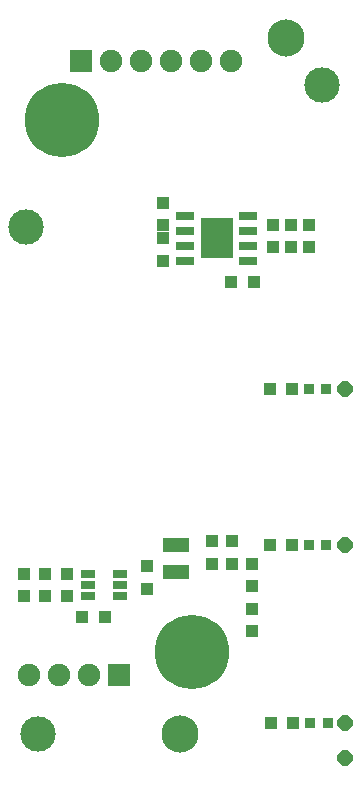
<source format=gts>
G04*
G04 #@! TF.GenerationSoftware,Altium Limited,Altium Designer,20.2.6 (244)*
G04*
G04 Layer_Color=8388736*
%FSLAX25Y25*%
%MOIN*%
G70*
G04*
G04 #@! TF.SameCoordinates,4CC05358-3F16-40D4-8D58-78DA4269A7D2*
G04*
G04*
G04 #@! TF.FilePolarity,Negative*
G04*
G01*
G75*
%ADD15R,0.03543X0.03543*%
%ADD21R,0.03937X0.03937*%
%ADD22R,0.03937X0.03937*%
%ADD23R,0.11063X0.13780*%
%ADD24R,0.06496X0.02756*%
%ADD25R,0.04724X0.02756*%
%ADD26R,0.09134X0.05118*%
%ADD27C,0.11811*%
%ADD28C,0.24803*%
%ADD29C,0.07480*%
%ADD30R,0.07480X0.07480*%
%ADD31P,0.05540X8X292.5*%
%ADD32C,0.12394*%
%ADD33P,0.05540X8X202.5*%
D15*
X107874Y126772D02*
D03*
X101969D02*
D03*
X108268Y15748D02*
D03*
X102362D02*
D03*
X107874Y74803D02*
D03*
X101969D02*
D03*
D21*
Y181693D02*
D03*
Y174213D02*
D03*
X83071Y68701D02*
D03*
Y61221D02*
D03*
X53543Y188976D02*
D03*
Y181496D02*
D03*
X96063Y174213D02*
D03*
Y181693D02*
D03*
X90158Y174213D02*
D03*
Y181693D02*
D03*
X53543Y169685D02*
D03*
Y177165D02*
D03*
X7087Y57874D02*
D03*
Y65354D02*
D03*
X14173Y57874D02*
D03*
Y65354D02*
D03*
X76378Y76181D02*
D03*
Y68701D02*
D03*
X69685Y76181D02*
D03*
Y68701D02*
D03*
X83071Y53740D02*
D03*
Y46260D02*
D03*
X21260Y57874D02*
D03*
Y65354D02*
D03*
X48031Y67913D02*
D03*
Y60433D02*
D03*
D22*
X83661Y162598D02*
D03*
X76181D02*
D03*
X88976Y126772D02*
D03*
X96457D02*
D03*
X26575Y50787D02*
D03*
X34055D02*
D03*
X89370Y15748D02*
D03*
X96850D02*
D03*
X88976Y74803D02*
D03*
X96457D02*
D03*
D23*
X71260Y177165D02*
D03*
D24*
X81890Y169665D02*
D03*
Y174665D02*
D03*
Y179665D02*
D03*
Y184665D02*
D03*
X60630Y169665D02*
D03*
Y174665D02*
D03*
Y179665D02*
D03*
Y184665D02*
D03*
D25*
X28346Y65354D02*
D03*
Y61614D02*
D03*
Y57874D02*
D03*
X38976D02*
D03*
Y61614D02*
D03*
Y65354D02*
D03*
D26*
X57874Y74843D02*
D03*
Y66102D02*
D03*
D27*
X11811Y11811D02*
D03*
X7874Y181102D02*
D03*
X106299Y228346D02*
D03*
D28*
X19685Y216535D02*
D03*
X62992Y39370D02*
D03*
D29*
X76181Y236221D02*
D03*
X66181D02*
D03*
X36181D02*
D03*
X46181D02*
D03*
X56181D02*
D03*
X8622Y31496D02*
D03*
X18622D02*
D03*
X28622D02*
D03*
D30*
X26181Y236221D02*
D03*
X38622Y31496D02*
D03*
D31*
X114173Y15748D02*
D03*
Y126772D02*
D03*
Y3937D02*
D03*
D32*
X94488Y244094D02*
D03*
X59055Y11811D02*
D03*
D33*
X114173Y74803D02*
D03*
M02*

</source>
